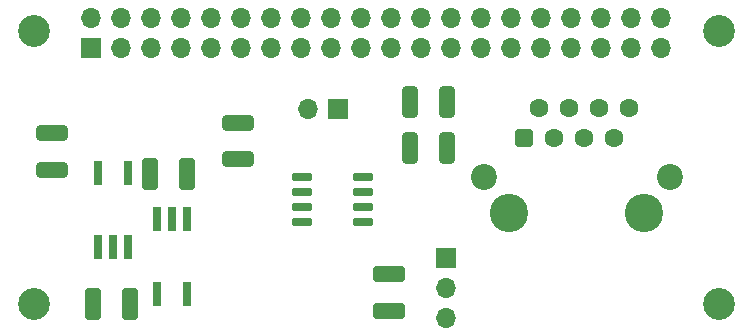
<source format=gbr>
%TF.GenerationSoftware,KiCad,Pcbnew,(6.0.5-0)*%
%TF.CreationDate,2024-08-31T12:48:40+10:00*%
%TF.ProjectId,AAPiHat,41415069-4861-4742-9e6b-696361645f70,rev?*%
%TF.SameCoordinates,Original*%
%TF.FileFunction,Soldermask,Bot*%
%TF.FilePolarity,Negative*%
%FSLAX46Y46*%
G04 Gerber Fmt 4.6, Leading zero omitted, Abs format (unit mm)*
G04 Created by KiCad (PCBNEW (6.0.5-0)) date 2024-08-31 12:48:40*
%MOMM*%
%LPD*%
G01*
G04 APERTURE LIST*
G04 Aperture macros list*
%AMRoundRect*
0 Rectangle with rounded corners*
0 $1 Rounding radius*
0 $2 $3 $4 $5 $6 $7 $8 $9 X,Y pos of 4 corners*
0 Add a 4 corners polygon primitive as box body*
4,1,4,$2,$3,$4,$5,$6,$7,$8,$9,$2,$3,0*
0 Add four circle primitives for the rounded corners*
1,1,$1+$1,$2,$3*
1,1,$1+$1,$4,$5*
1,1,$1+$1,$6,$7*
1,1,$1+$1,$8,$9*
0 Add four rect primitives between the rounded corners*
20,1,$1+$1,$2,$3,$4,$5,0*
20,1,$1+$1,$4,$5,$6,$7,0*
20,1,$1+$1,$6,$7,$8,$9,0*
20,1,$1+$1,$8,$9,$2,$3,0*%
G04 Aperture macros list end*
%ADD10R,1.700000X1.700000*%
%ADD11O,1.700000X1.700000*%
%ADD12C,2.700000*%
%ADD13C,3.250000*%
%ADD14RoundRect,0.400000X-0.400000X-0.400000X0.400000X-0.400000X0.400000X0.400000X-0.400000X0.400000X0*%
%ADD15C,1.600000*%
%ADD16C,2.200000*%
%ADD17RoundRect,0.250000X-0.412500X-1.100000X0.412500X-1.100000X0.412500X1.100000X-0.412500X1.100000X0*%
%ADD18RoundRect,0.250000X-1.075000X0.400000X-1.075000X-0.400000X1.075000X-0.400000X1.075000X0.400000X0*%
%ADD19R,0.640000X2.000000*%
%ADD20RoundRect,0.250000X0.412500X1.100000X-0.412500X1.100000X-0.412500X-1.100000X0.412500X-1.100000X0*%
%ADD21RoundRect,0.250000X0.400000X1.075000X-0.400000X1.075000X-0.400000X-1.075000X0.400000X-1.075000X0*%
%ADD22RoundRect,0.150000X-0.725000X-0.150000X0.725000X-0.150000X0.725000X0.150000X-0.725000X0.150000X0*%
%ADD23RoundRect,0.250000X-0.400000X-1.075000X0.400000X-1.075000X0.400000X1.075000X-0.400000X1.075000X0*%
%ADD24RoundRect,0.250000X-1.100000X0.412500X-1.100000X-0.412500X1.100000X-0.412500X1.100000X0.412500X0*%
G04 APERTURE END LIST*
D10*
%TO.C,JP1*%
X85979000Y-101346000D03*
D11*
X85979000Y-103886000D03*
X85979000Y-106426000D03*
%TD*%
D12*
%TO.C,REF\u002A\u002A*%
X109093000Y-105283000D03*
%TD*%
D10*
%TO.C,JP2*%
X76840000Y-88773000D03*
D11*
X74300000Y-88773000D03*
%TD*%
D13*
%TO.C,J2*%
X102743000Y-97537500D03*
X91313000Y-97537500D03*
D14*
X92583000Y-91187500D03*
D15*
X93853000Y-88647500D03*
X95123000Y-91187500D03*
X96393000Y-88647500D03*
X97663000Y-91187500D03*
X98933000Y-88647500D03*
X100203000Y-91187500D03*
X101473000Y-88647500D03*
D16*
X89128000Y-94487500D03*
X104928000Y-94487500D03*
%TD*%
D12*
%TO.C,REF\u002A\u002A*%
X51054000Y-82169000D03*
%TD*%
D11*
%TO.C,J1*%
X104145000Y-81031000D03*
X104145000Y-83571000D03*
X101605000Y-81031000D03*
X101605000Y-83571000D03*
X99065000Y-81031000D03*
X99065000Y-83571000D03*
X96525000Y-81031000D03*
X96525000Y-83571000D03*
X93985000Y-81031000D03*
X93985000Y-83571000D03*
X91445000Y-81031000D03*
X91445000Y-83571000D03*
X88905000Y-81031000D03*
X88905000Y-83571000D03*
X86365000Y-81031000D03*
X86365000Y-83571000D03*
X83825000Y-81031000D03*
X83825000Y-83571000D03*
X81285000Y-81031000D03*
X81285000Y-83571000D03*
X78745000Y-81031000D03*
X78745000Y-83571000D03*
X76205000Y-81031000D03*
X76205000Y-83571000D03*
X73665000Y-81031000D03*
X73665000Y-83571000D03*
X71125000Y-81031000D03*
X71125000Y-83571000D03*
X68585000Y-81031000D03*
X68585000Y-83571000D03*
X66045000Y-81031000D03*
X66045000Y-83571000D03*
X63505000Y-81031000D03*
X63505000Y-83571000D03*
X60965000Y-81031000D03*
X60965000Y-83571000D03*
X58425000Y-81031000D03*
X58425000Y-83571000D03*
X55885000Y-81031000D03*
D10*
X55885000Y-83571000D03*
%TD*%
D12*
%TO.C,REF\u002A\u002A*%
X51054000Y-105283000D03*
%TD*%
%TO.C,REF\u002A\u002A*%
X109093000Y-82169000D03*
%TD*%
D17*
%TO.C,C2*%
X56095500Y-105283000D03*
X59220500Y-105283000D03*
%TD*%
D18*
%TO.C,R2*%
X68326000Y-89890000D03*
X68326000Y-92990000D03*
%TD*%
D19*
%TO.C,U1*%
X64008000Y-104369000D03*
X61468000Y-104369000D03*
X61468000Y-98069000D03*
X62738000Y-98069000D03*
X64008000Y-98069000D03*
%TD*%
D18*
%TO.C,R1*%
X52578000Y-90779000D03*
X52578000Y-93879000D03*
%TD*%
D20*
%TO.C,C1*%
X64046500Y-94234000D03*
X60921500Y-94234000D03*
%TD*%
D19*
%TO.C,U2*%
X56515000Y-94132000D03*
X59055000Y-94132000D03*
X59055000Y-100432000D03*
X57785000Y-100432000D03*
X56515000Y-100432000D03*
%TD*%
D21*
%TO.C,R3*%
X86005000Y-88138000D03*
X82905000Y-88138000D03*
%TD*%
D22*
%TO.C,U3*%
X73752000Y-98298000D03*
X73752000Y-97028000D03*
X73752000Y-95758000D03*
X73752000Y-94488000D03*
X78902000Y-94488000D03*
X78902000Y-95758000D03*
X78902000Y-97028000D03*
X78902000Y-98298000D03*
%TD*%
D23*
%TO.C,R4*%
X82905000Y-92075000D03*
X86005000Y-92075000D03*
%TD*%
D24*
%TO.C,C3*%
X81153000Y-102704500D03*
X81153000Y-105829500D03*
%TD*%
M02*

</source>
